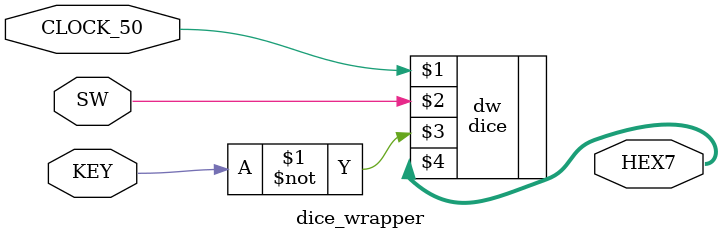
<source format=sv>
module dice_wrapper(input  logic CLOCK_50,
					input  logic [0:0] SW, KEY,
					output logic [6:0] HEX7);

  
  dice dw(CLOCK_50, SW, ~KEY[0], HEX7);

endmodule
</source>
